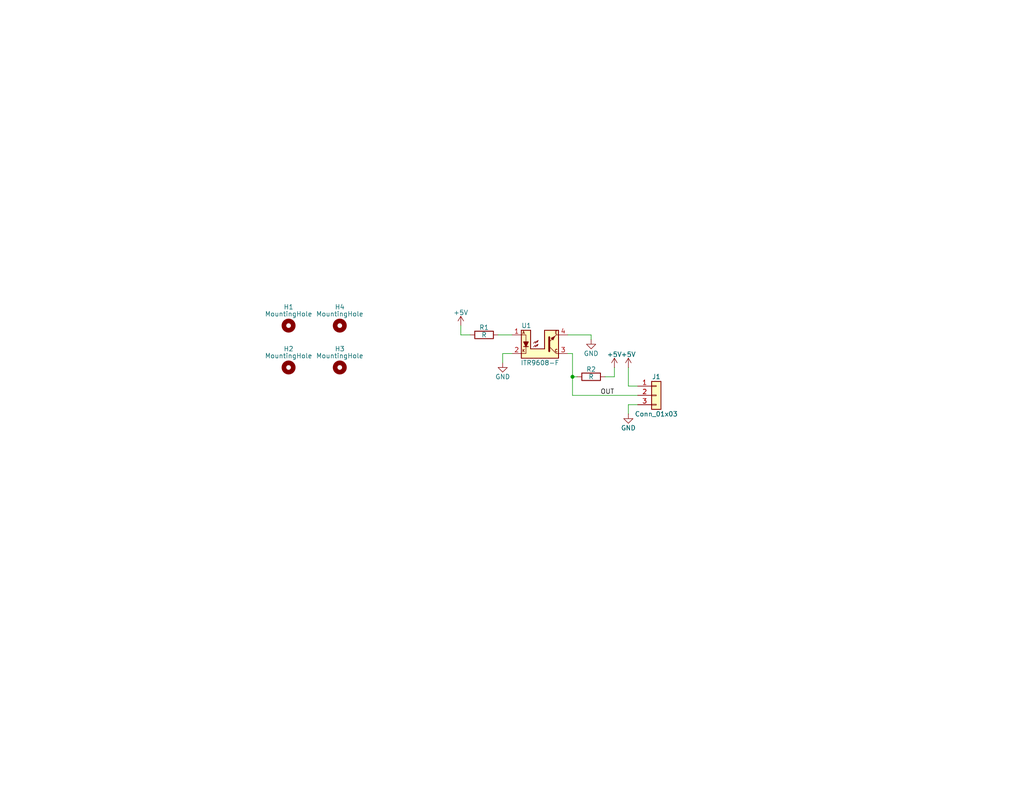
<source format=kicad_sch>
(kicad_sch (version 20231120) (generator "eeschema") (generator_version "8.0")
  (paper "A")
  (title_block (title "Photointerrupter Breakout PCB") (date "2024-12-18") (company "Perry Leumas") (comment 1 "PCB Mill Version"))
  (lib_symbols
    (symbol "Connector_Generic:Conn_01x03" (pin_names (offset 1.016) hide)
      (property "Reference" "J" (at 0 5.08 0))
      (property "Value" "Conn_01x03" (at 0 -5.08 0))
      (symbol "Conn_01x03_1_1"
        (rectangle (start -1.27 -2.413) (end 0 -2.667) (stroke (width 0.1524)))
        (rectangle (start -1.27 0.127) (end 0 -0.127) (stroke (width 0.1524)))
        (rectangle (start -1.27 2.667) (end 0 2.413) (stroke (width 0.1524)))
        (rectangle (start -1.27 3.81) (end 1.27 -3.81) (stroke (width 0.254)) (fill (type background)))
        (pin passive line (at -5.08 2.54 0) (length 3.81) (name "Pin_1") (number "1"))
        (pin passive line (at -5.08 0 0) (length 3.81) (name "Pin_2") (number "2"))
        (pin passive line (at -5.08 -2.54 0) (length 3.81) (name "Pin_3") (number "3"))
      )
    )
    (symbol "Device:R" (pin_numbers hide) (pin_names (offset 0))
      (property "Reference" "R" (at 2.032 0 90))
      (property "Value" "R" (at 0 0 90))
      (symbol "R_0_1"
        (rectangle (start -1.016 -2.54) (end 1.016 2.54) (stroke (width 0.254)))
      )
      (symbol "R_1_1"
        (pin passive line (at 0 3.81 270) (length 1.27) (name "~") (number "1"))
        (pin passive line (at 0 -3.81 90) (length 1.27) (name "~") (number "2"))
      )
    )
    (symbol "Mechanical:MountingHole" (pin_names (offset 1.016)) (exclude_from_sim yes) (in_bom no)
      (property "Reference" "H" (at 0 5.08 0))
      (property "Value" "MountingHole" (at 0 3.175 0))
      (symbol "MountingHole_0_1"
        (circle (center 0 0) (radius 1.27) (stroke (width 1.27)))
      )
    )
    (symbol "Sensor_Proximity:ITR9608-F"
      (property "Reference" "U" (at -5.08 5.08 0))
      (property "Value" "ITR9608-F" (at 0 -5.08 0))
      (symbol "ITR9608-F_0_0"
        (text "A" (at -4.445 3.175 0) (effects (font (size 0.762 0.762))))
        (text "C" (at 4.445 -1.778 0) (effects (font (size 0.762 0.762))))
        (text "E" (at 4.445 3.175 0) (effects (font (size 0.762 0.762))))
        (text "K" (at -4.445 -1.778 0) (effects (font (size 0.762 0.762))))
      )
      (symbol "ITR9608-F_0_1"
        (polyline (pts (xy -4.445 -0.635) (xy -3.175 -0.635)) (stroke (width 0.254)))
        (polyline (pts (xy 2.54 -0.635) (xy 4.445 -2.54)))
        (polyline (pts (xy 4.445 -2.54) (xy 5.08 -2.54)))
        (polyline (pts (xy 4.445 2.54) (xy 2.54 0.635)) (fill (type outline)))
        (polyline (pts (xy 4.445 2.54) (xy 5.08 2.54)))
        (polyline (pts (xy -5.08 -2.54) (xy -3.81 -2.54) (xy -3.81 -0.635)))
        (polyline (pts (xy -5.08 2.54) (xy -3.81 2.54) (xy -3.81 0.635)))
        (polyline (pts (xy 2.54 -1.905) (xy 2.54 1.905) (xy 2.54 1.905)) (stroke (width 0.508)))
        (polyline (pts (xy -3.81 -0.635) (xy -4.445 0.635) (xy -3.175 0.635) (xy -3.81 -0.635)) (stroke (width 0.254)) (fill (type outline)))
        (polyline (pts (xy -1.778 0.254) (xy -1.2446 0.762) (xy -1.2446 0.254) (xy -0.4826 1.016)))
        (polyline (pts (xy -0.4826 1.016) (xy -0.9906 0.762) (xy -0.7366 0.508) (xy -0.4826 1.016)))
        (polyline (pts (xy 3.048 1.651) (xy 3.556 1.143) (xy 4.064 2.159) (xy 3.048 1.651) (xy 3.048 1.651)) (fill (type outline)))
        (polyline (pts (xy -1.778 -0.762) (xy -1.2446 -0.254) (xy -1.2446 -0.762) (xy -0.4826 0) (xy -0.9906 -0.254) (xy -0.7366 -0.508) (xy -0.4826 0)))
        (polyline (pts (xy -5.08 3.81) (xy -5.08 -3.81) (xy 5.08 -3.81) (xy 5.08 3.81) (xy 1.27 3.81) (xy 1.27 -1.27) (xy -2.54 -1.27) (xy -2.54 3.81) (xy -5.08 3.81)) (stroke (width 0.254)) (fill (type background)))
      )
      (symbol "ITR9608-F_1_1"
        (pin passive line (at -7.62 2.54 0) (length 2.54) (name "~") (number "1"))
        (pin passive line (at -7.62 -2.54 0) (length 2.54) (name "~") (number "2"))
        (pin open_collector line (at 7.62 -2.54 180) (length 2.54) (name "~") (number "3"))
        (pin open_emitter line (at 7.62 2.54 180) (length 2.54) (name "~") (number "4"))
      )
    )
    (symbol "power:+5V" (power) (pin_numbers hide) (pin_names (offset 0) hide)
      (property "Value" "+5V" (at 0 3.556 0))
      (symbol "+5V_0_1"
        (polyline (pts (xy -0.762 1.27) (xy 0 2.54)))
        (polyline (pts (xy 0 0) (xy 0 2.54)))
        (polyline (pts (xy 0 2.54) (xy 0.762 1.27)))
      )
      (symbol "+5V_1_1"
        (pin power_in line (at 0 0 90) (length 0) (name "~") (number "1"))
      )
    )
    (symbol "power:GND" (power) (pin_numbers hide) (pin_names (offset 0) hide)
      (property "Value" "GND" (at 0 -3.81 0))
      (symbol "GND_0_1"
        (polyline (pts (xy 0 0) (xy 0 -1.27) (xy 1.27 -1.27) (xy 0 -2.54) (xy -1.27 -1.27) (xy 0 -1.27)))
      )
      (symbol "GND_1_1"
        (pin power_in line (at 0 0 270) (length 0) (name "~") (number "1"))
      )
    )
  )
  (junction (at 156.21 102.87))
  (wire (pts (xy 156.21 102.87) (xy 156.21 96.52)))
  (wire (pts (xy 137.16 99.06) (xy 137.16 96.52)))
  (wire (pts (xy 161.29 91.44) (xy 154.94 91.44)))
  (wire (pts (xy 125.73 91.44) (xy 128.27 91.44)))
  (wire (pts (xy 125.73 88.9) (xy 125.73 91.44)))
  (wire (pts (xy 171.45 113.03) (xy 171.45 110.49)))
  (wire (pts (xy 167.64 100.33) (xy 167.64 102.87)))
  (wire (pts (xy 171.45 100.33) (xy 171.45 105.41)))
  (wire (pts (xy 135.89 91.44) (xy 139.7 91.44)))
  (wire (pts (xy 137.16 96.52) (xy 139.7 96.52)))
  (wire (pts (xy 156.21 102.87) (xy 156.21 107.95)))
  (wire (pts (xy 171.45 110.49) (xy 173.99 110.49)))
  (wire (pts (xy 157.48 102.87) (xy 156.21 102.87)))
  (wire (pts (xy 171.45 105.41) (xy 173.99 105.41)))
  (wire (pts (xy 161.29 92.71) (xy 161.29 91.44)))
  (wire (pts (xy 156.21 96.52) (xy 154.94 96.52)))
  (wire (pts (xy 156.21 107.95) (xy 173.99 107.95)))
  (wire (pts (xy 167.64 102.87) (xy 165.1 102.87)))
  (label "OUT" (at 167.64 107.95 180))
  (symbol (lib_id "Device:R") (at 132.08 91.44 90) (unit 1)
    (property "Reference" "R1" (at 132.08 89.408 90))
    (property "Value" "R" (at 132.08 91.44 90))
    (property "Footprint" "Resistor_SMD:R_0603_1608Metric_Pad0.98x0.95mm_HandSolder" (effects (hide yes)))
    (property "Description" "Resistor" (effects (hide yes)))
  )
  (symbol (lib_id "power:+5V") (at 167.64 100.33 0) (unit 1)
    (property "Reference" "#PWR04" (effects (hide yes)))
    (property "Value" "+5V" (at 167.64 96.774 0))
    (property "Description" "Power symbol creates a global label with name \"+5V\"" (effects (hide yes)))
  )
  (symbol (lib_id "Sensor_Proximity:ITR9608-F") (at 147.32 93.98 0) (unit 1)
    (property "Reference" "U1" (at 142.24 88.9 0) (effects (justify left)))
    (property "Value" "ITR9608-F" (at 147.32 99.06 0))
    (property "Footprint" "OptoDevice:Everlight_ITR9608-F" (effects (hide yes)))
    (property "Datasheet" "https://www.everlighteurope.com/custom/files/datasheets/DRX-0000076.pdf" (effects (hide yes)))
    (property "Description" "Photointerrupter infrared LED with photo IC, -25 to +85 degree Celsius" (effects (hide yes)))
  )
  (symbol (lib_id "power:GND") (at 137.16 99.06 0) (unit 1)
    (property "Reference" "#PWR01" (effects (hide yes)))
    (property "Value" "GND" (at 137.16 102.87 0))
    (property "Description" "Power symbol creates a global label with name \"GND\" , ground" (effects (hide yes)))
  )
  (symbol (lib_id "power:GND") (at 161.29 92.71 0) (unit 1)
    (property "Reference" "#PWR02" (effects (hide yes)))
    (property "Value" "GND" (at 161.29 96.52 0))
    (property "Description" "Power symbol creates a global label with name \"GND\" , ground" (effects (hide yes)))
  )
  (symbol (lib_id "Mechanical:MountingHole") (at 92.71 100.33 0) (unit 1) (exclude_from_sim yes) (in_bom no)
    (property "Reference" "H3" (at 92.71 95.25 0))
    (property "Value" "MountingHole" (at 92.71 97.155 0))
    (property "Footprint" "MountingHole:MountingHole_3.2mm_M3" (effects (hide yes)))
    (property "Description" "Mounting Hole without connection" (effects (hide yes)))
  )
  (symbol (lib_id "Mechanical:MountingHole") (at 92.71 88.9 0) (unit 1) (exclude_from_sim yes) (in_bom no)
    (property "Reference" "H4" (at 92.71 83.82 0))
    (property "Value" "MountingHole" (at 92.71 85.725 0))
    (property "Footprint" "MountingHole:MountingHole_3.2mm_M3" (effects (hide yes)))
    (property "Description" "Mounting Hole without connection" (effects (hide yes)))
  )
  (symbol (lib_id "Connector_Generic:Conn_01x03") (at 179.07 107.95 0) (unit 1)
    (property "Reference" "J1" (at 179.07 102.87 0))
    (property "Value" "Conn_01x03" (at 179.07 113.03 0))
    (property "Footprint" "pl_mill_header:mill_PinHeader_1x03_P2.54mm_Vertical" (effects (hide yes)))
    (property "Description" "Generic connector, single row, 01x03, script generated (kicad-library-utils/schlib/autogen/connector/)" (effects (hide yes)))
  )
  (symbol (lib_id "Device:R") (at 161.29 102.87 90) (unit 1)
    (property "Reference" "R2" (at 161.29 100.838 90))
    (property "Value" "R" (at 161.29 102.87 90))
    (property "Footprint" "Resistor_SMD:R_0603_1608Metric_Pad0.98x0.95mm_HandSolder" (effects (hide yes)))
    (property "Description" "Resistor" (effects (hide yes)))
  )
  (symbol (lib_id "power:GND") (at 171.45 113.03 0) (unit 1)
    (property "Reference" "#PWR06" (effects (hide yes)))
    (property "Value" "GND" (at 171.45 116.84 0))
    (property "Description" "Power symbol creates a global label with name \"GND\" , ground" (effects (hide yes)))
  )
  (symbol (lib_id "power:+5V") (at 125.73 88.9 0) (unit 1)
    (property "Reference" "#PWR03" (effects (hide yes)))
    (property "Value" "+5V" (at 125.73 85.344 0))
    (property "Description" "Power symbol creates a global label with name \"+5V\"" (effects (hide yes)))
  )
  (symbol (lib_id "Mechanical:MountingHole") (at 78.74 88.9 0) (unit 1) (exclude_from_sim yes) (in_bom no)
    (property "Reference" "H1" (at 78.74 83.82 0))
    (property "Value" "MountingHole" (at 78.74 85.725 0))
    (property "Footprint" "MountingHole:MountingHole_3.2mm_M3" (effects (hide yes)))
    (property "Description" "Mounting Hole without connection" (effects (hide yes)))
  )
  (symbol (lib_id "Mechanical:MountingHole") (at 78.74 100.33 0) (unit 1) (exclude_from_sim yes) (in_bom no)
    (property "Reference" "H2" (at 78.74 95.25 0))
    (property "Value" "MountingHole" (at 78.74 97.155 0))
    (property "Footprint" "MountingHole:MountingHole_3.2mm_M3" (effects (hide yes)))
    (property "Description" "Mounting Hole without connection" (effects (hide yes)))
  )
  (symbol (lib_id "power:+5V") (at 171.45 100.33 0) (unit 1)
    (property "Reference" "#PWR05" (effects (hide yes)))
    (property "Value" "+5V" (at 171.45 96.774 0))
    (property "Description" "Power symbol creates a global label with name \"+5V\"" (effects (hide yes)))
  )
)
</source>
